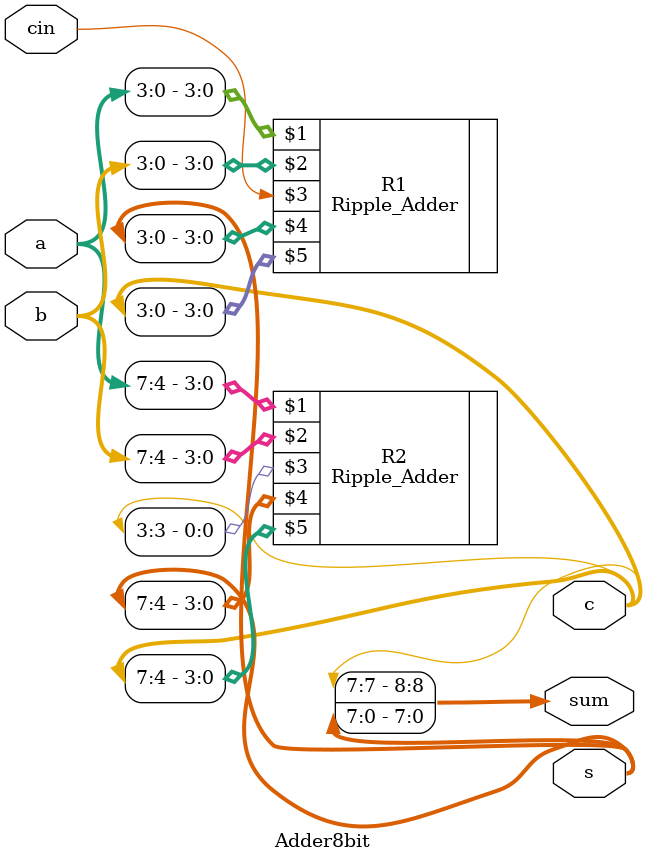
<source format=v>
module Adder8bit(input [7:0]a,b,input cin,output [7:0] s,c,output [8:0]sum);
    //reg[7:0] a,b;wire [7:0] s,c;
    
    Ripple_Adder R1(a[3:0],b[3:0],cin,s[3:0],c[3:0]),
                 R2(a[7:4],b[7:4],c[3],s[7:4],c[7:4]);
                 
    assign sum = {c[7],s};
endmodule
</source>
